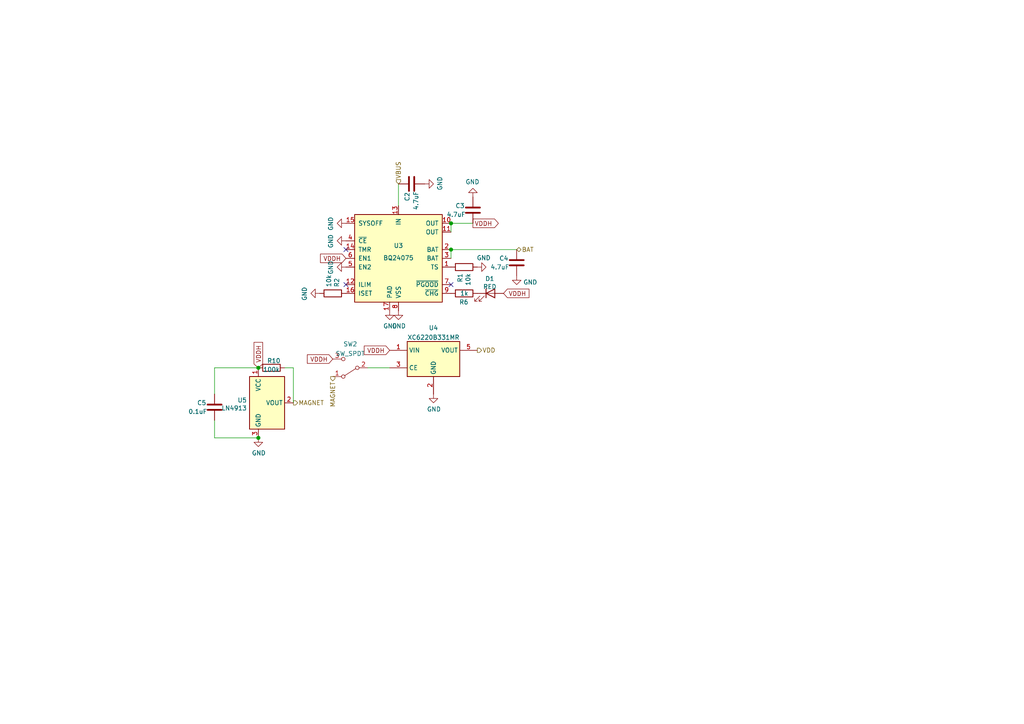
<source format=kicad_sch>
(kicad_sch (version 20210621) (generator eeschema)
  (paper "A4")
  (lib_symbols
    (symbol "Battery_Management:BQ24075" (pin_names (offset 1.016))
      (property "Reference" "U" (at -5.08 15.875 0))
      (property "Value" "BQ24075" (at -5.08 13.97 0))
      (symbol "BQ24075_0_1"
        (rectangle (start -12.7 12.7) (end 12.7 -12.7) (stroke (width 0.254)) (fill (type background)))
      )
      (symbol "BQ24075_1_1"
        (pin passive line (at 15.24 -2.54 180) (length 2.54) (name "TS") (number "1"))
        (pin power_out line (at 15.24 10.16 180) (length 2.54) (name "OUT") (number "10"))
        (pin power_out line (at 15.24 7.62 180) (length 2.54) (name "OUT") (number "11"))
        (pin passive line (at -15.24 -7.62 0) (length 2.54) (name "ILIM") (number "12"))
        (pin power_in line (at 0 15.24 270) (length 2.54) (name "IN") (number "13"))
        (pin input line (at -15.24 2.54 0) (length 2.54) (name "TMR") (number "14"))
        (pin input line (at -15.24 10.16 0) (length 2.54) (name "SYSOFF") (number "15"))
        (pin passive line (at -15.24 -10.16 0) (length 2.54) (name "ISET") (number "16"))
        (pin power_in line (at -2.54 -15.24 90) (length 2.54) (name "PAD") (number "17"))
        (pin power_out line (at 15.24 2.54 180) (length 2.54) (name "BAT") (number "2"))
        (pin power_out line (at 15.24 0 180) (length 2.54) (name "BAT") (number "3"))
        (pin input line (at -15.24 5.08 0) (length 2.54) (name "~{CE}") (number "4"))
        (pin input line (at -15.24 -2.54 0) (length 2.54) (name "EN2") (number "5"))
        (pin input line (at -15.24 0 0) (length 2.54) (name "EN1") (number "6"))
        (pin open_collector line (at 15.24 -7.62 180) (length 2.54) (name "~{PGOOD}") (number "7"))
        (pin power_in line (at 0 -15.24 90) (length 2.54) (name "VSS") (number "8"))
        (pin open_collector line (at 15.24 -10.16 180) (length 2.54) (name "~{CHG}") (number "9"))
      )
    )
    (symbol "Device:C" (pin_numbers hide) (pin_names (offset 0.254))
      (property "Reference" "C" (at 0.635 2.54 0))
      (property "Value" "C" (at 0.635 -2.54 0))
      (symbol "C_0_1"
        (polyline (pts (xy -2.032 -0.762) (xy 2.032 -0.762)) (stroke (width 0.508)))
        (polyline (pts (xy -2.032 0.762) (xy 2.032 0.762)) (stroke (width 0.508)))
      )
      (symbol "C_1_1"
        (pin passive line (at 0 3.81 270) (length 2.794) (name "~") (number "1"))
        (pin passive line (at 0 -3.81 90) (length 2.794) (name "~") (number "2"))
      )
    )
    (symbol "Device:LED" (pin_numbers hide) (pin_names (offset 1.016) hide)
      (property "Reference" "D" (at 0 2.54 0))
      (property "Value" "LED" (at 0 -2.54 0))
      (symbol "LED_0_1"
        (polyline (pts (xy -1.27 -1.27) (xy -1.27 1.27)) (stroke (width 0.254)))
        (polyline (pts (xy -1.27 0) (xy 1.27 0)))
        (polyline (pts (xy 1.27 -1.27) (xy 1.27 1.27) (xy -1.27 0) (xy 1.27 -1.27)) (stroke (width 0.254)))
        (polyline (pts (xy -3.048 -0.762) (xy -4.572 -2.286) (xy -3.81 -2.286) (xy -4.572 -2.286) (xy -4.572 -1.524)))
        (polyline (pts (xy -1.778 -0.762) (xy -3.302 -2.286) (xy -2.54 -2.286) (xy -3.302 -2.286) (xy -3.302 -1.524)))
      )
      (symbol "LED_1_1"
        (pin passive line (at -3.81 0 0) (length 2.54) (name "K") (number "1"))
        (pin passive line (at 3.81 0 180) (length 2.54) (name "A") (number "2"))
      )
    )
    (symbol "Device:R" (pin_numbers hide) (pin_names (offset 0))
      (property "Reference" "R" (at 2.032 0 90))
      (property "Value" "R" (at 0 0 90))
      (symbol "R_0_1"
        (rectangle (start -1.016 -2.54) (end 1.016 2.54) (stroke (width 0.254)))
      )
      (symbol "R_1_1"
        (pin passive line (at 0 3.81 270) (length 1.27) (name "~") (number "1"))
        (pin passive line (at 0 -3.81 90) (length 1.27) (name "~") (number "2"))
      )
    )
    (symbol "Regulator_Linear:XC6220B331MR"
      (property "Reference" "U" (at 0 8.89 0))
      (property "Value" "XC6220B331MR" (at 0 6.35 0))
      (symbol "XC6220B331MR_0_1"
        (rectangle (start -7.62 5.08) (end 7.62 -5.08) (stroke (width 0.254)) (fill (type background)))
      )
      (symbol "XC6220B331MR_1_1"
        (pin power_in line (at -12.7 2.54 0) (length 5.08) (name "VIN") (number "1"))
        (pin power_in line (at 0 -10.16 90) (length 5.08) (name "GND") (number "2"))
        (pin input line (at -12.7 -2.54 0) (length 5.08) (name "CE") (number "3"))
        (pin no_connect line (at 7.62 -2.54 180) (length 5.08) hide (name "NC") (number "4"))
        (pin power_out line (at 12.7 2.54 180) (length 5.08) (name "VOUT") (number "5"))
      )
    )
    (symbol "Sensor_Magnetic:A1101ELHL"
      (property "Reference" "U" (at 0 11.43 0))
      (property "Value" "A1101ELHL" (at 0 8.89 0))
      (symbol "A1101ELHL_0_1"
        (rectangle (start -5.08 7.62) (end 5.08 -7.62) (stroke (width 0.254)) (fill (type background)))
      )
      (symbol "A1101ELHL_1_1"
        (pin power_in line (at -2.54 10.16 270) (length 2.54) (name "VCC") (number "1"))
        (pin open_collector line (at 7.62 0 180) (length 2.54) (name "VOUT") (number "2"))
        (pin power_in line (at -2.54 -10.16 90) (length 2.54) (name "GND") (number "3"))
      )
    )
    (symbol "Switch:SW_SPDT" (pin_names (offset 0) hide)
      (property "Reference" "SW" (at 0 4.318 0))
      (property "Value" "SW_SPDT" (at 0 -5.08 0))
      (symbol "SW_SPDT_0_0"
        (circle (center -2.032 0) (radius 0.508))
        (circle (center 2.032 -2.54) (radius 0.508))
      )
      (symbol "SW_SPDT_0_1"
        (circle (center 2.032 2.54) (radius 0.508))
        (polyline (pts (xy -1.524 0.254) (xy 1.651 2.286)))
      )
      (symbol "SW_SPDT_1_1"
        (pin passive line (at 5.08 2.54 180) (length 2.54) (name "A") (number "1"))
        (pin passive line (at -5.08 0 0) (length 2.54) (name "B") (number "2"))
        (pin passive line (at 5.08 -2.54 180) (length 2.54) (name "C") (number "3"))
      )
    )
    (symbol "power:GND" (power) (pin_names (offset 0))
      (property "Value" "GND" (at 0 -3.81 0))
      (symbol "GND_0_1"
        (polyline (pts (xy 0 0) (xy 0 -1.27) (xy 1.27 -1.27) (xy 0 -2.54) (xy -1.27 -1.27) (xy 0 -1.27)))
      )
      (symbol "GND_1_1"
        (pin power_in line (at 0 0 270) (length 0) hide (name "GND") (number "1"))
      )
    )
  )
  (junction (at 74.93 106.68) (diameter 1.016))
  (junction (at 74.93 127) (diameter 1.016))
  (junction (at 130.81 64.77) (diameter 1.016))
  (junction (at 130.81 72.39) (diameter 1.016))
  (no_connect (at 100.33 72.39))
  (no_connect (at 100.33 82.55))
  (no_connect (at 130.81 82.55))
  (wire (pts (xy 62.23 106.68) (xy 74.93 106.68)))
  (wire (pts (xy 62.23 114.3) (xy 62.23 106.68)))
  (wire (pts (xy 62.23 127) (xy 62.23 121.92)))
  (wire (pts (xy 74.93 127) (xy 62.23 127)))
  (wire (pts (xy 85.09 106.68) (xy 82.55 106.68)))
  (wire (pts (xy 85.09 116.84) (xy 85.09 106.68)))
  (wire (pts (xy 106.68 106.68) (xy 113.03 106.68)))
  (wire (pts (xy 115.57 53.34) (xy 115.57 59.69)))
  (wire (pts (xy 130.81 64.77) (xy 130.81 67.31)))
  (wire (pts (xy 130.81 64.77) (xy 137.16 64.77)))
  (wire (pts (xy 130.81 72.39) (xy 130.81 74.93)))
  (wire (pts (xy 130.81 72.39) (xy 149.86 72.39)))
  (global_label "VDDH" (shape input) (at 74.93 106.68 90) (property "Intersheet References" "${INTERSHEET_REFS}" (effects hide)))
  (global_label "VDDH" (shape input) (at 96.52 104.14 180) (property "Intersheet References" "${INTERSHEET_REFS}" (effects hide)))
  (global_label "VDDH" (shape input) (at 100.33 74.93 180) (property "Intersheet References" "${INTERSHEET_REFS}" (effects hide)))
  (global_label "VDDH" (shape input) (at 113.03 101.6 180) (property "Intersheet References" "${INTERSHEET_REFS}" (effects hide)))
  (global_label "VDDH" (shape output) (at 137.16 64.77 0) (property "Intersheet References" "${INTERSHEET_REFS}" (effects hide)))
  (global_label "VDDH" (shape input) (at 146.05 85.09 0) (property "Intersheet References" "${INTERSHEET_REFS}" (effects hide)))
  (hierarchical_label "MAGNET" (shape output) (at 85.09 116.84 0))
  (hierarchical_label "MAGNET" (shape output) (at 96.52 109.22 270))
  (hierarchical_label "VBUS" (shape input) (at 115.57 53.34 90))
  (hierarchical_label "VDD" (shape output) (at 138.43 101.6 0))
  (hierarchical_label "BAT" (shape bidirectional) (at 149.86 72.39 0))
  (symbol (lib_id "power:GND") (at 74.93 127 0) (unit 1)
    (property "Reference" "#PWR0135" (effects hide))
    (property "Value" "GND" (at 75.057 131.3942 0))
  )
  (symbol (lib_id "power:GND") (at 92.71 85.09 270) (unit 1)
    (property "Reference" "#PWR0127" (effects hide))
    (property "Value" "GND" (at 88.3158 85.217 0))
  )
  (symbol (lib_id "power:GND") (at 100.33 64.77 270) (unit 1)
    (property "Reference" "#PWR0114" (effects hide))
    (property "Value" "GND" (at 95.9358 64.897 0))
  )
  (symbol (lib_id "power:GND") (at 100.33 69.85 270) (unit 1)
    (property "Reference" "#PWR0111" (effects hide))
    (property "Value" "GND" (at 95.9358 69.977 0))
  )
  (symbol (lib_id "power:GND") (at 100.33 77.47 270) (unit 1)
    (property "Reference" "#PWR0113" (effects hide))
    (property "Value" "GND" (at 95.9358 77.597 0))
  )
  (symbol (lib_id "power:GND") (at 113.03 90.17 0) (unit 1)
    (property "Reference" "#PWR0129" (effects hide))
    (property "Value" "GND" (at 113.157 94.5642 0))
  )
  (symbol (lib_id "power:GND") (at 115.57 90.17 0) (unit 1)
    (property "Reference" "#PWR0130" (effects hide))
    (property "Value" "GND" (at 115.697 94.5642 0))
  )
  (symbol (lib_id "power:GND") (at 123.19 53.34 90) (unit 1)
    (property "Reference" "#PWR0124" (effects hide))
    (property "Value" "GND" (at 127.5842 53.213 0))
  )
  (symbol (lib_id "power:GND") (at 125.73 114.3 0) (unit 1)
    (property "Reference" "#PWR0125" (effects hide))
    (property "Value" "GND" (at 125.857 118.6942 0))
  )
  (symbol (lib_id "power:GND") (at 137.16 57.15 180) (unit 1)
    (property "Reference" "#PWR0126" (effects hide))
    (property "Value" "GND" (at 137.033 52.7558 0))
  )
  (symbol (lib_id "power:GND") (at 138.43 77.47 90) (unit 1)
    (property "Reference" "#PWR0122" (effects hide))
    (property "Value" "GND" (at 140.2842 74.803 90))
  )
  (symbol (lib_id "power:GND") (at 149.86 80.01 0) (unit 1)
    (property "Reference" "#PWR0123" (effects hide))
    (property "Value" "GND" (at 153.797 81.8642 0))
  )
  (symbol (lib_id "Device:R") (at 78.74 106.68 90) (mirror x) (unit 1)
    (property "Reference" "R10" (at 81.3816 104.648 90) (effects (justify left)))
    (property "Value" "100k" (at 81.153 107.188 90) (effects (justify left)))
    (property "Footprint" "Resistor_SMD:R_0603_1608Metric" (effects hide))
  )
  (symbol (lib_id "Device:R") (at 96.52 85.09 270) (mirror x) (unit 1)
    (property "Reference" "R2" (at 97.6884 83.312 0) (effects (justify left)))
    (property "Value" "10k" (at 95.377 83.312 0) (effects (justify left)))
    (property "Footprint" "Resistor_SMD:R_0603_1608Metric" (effects hide))
  )
  (symbol (lib_id "Device:R") (at 134.62 77.47 90) (mirror x) (unit 1)
    (property "Reference" "R1" (at 133.4516 79.248 0) (effects (justify left)))
    (property "Value" "10k" (at 135.763 79.248 0) (effects (justify left)))
    (property "Footprint" "Resistor_SMD:R_0603_1608Metric" (effects hide))
  )
  (symbol (lib_id "Device:R") (at 134.62 85.09 90) (unit 1)
    (property "Reference" "R6" (at 135.89 87.63 90) (effects (justify left)))
    (property "Value" "1k" (at 135.89 85.09 90) (effects (justify left)))
    (property "Footprint" "Resistor_SMD:R_0603_1608Metric" (effects hide))
  )
  (symbol (lib_id "Device:LED") (at 142.24 85.09 0) (unit 1)
    (property "Reference" "D1" (at 142.0622 80.8482 0))
    (property "Value" "RED" (at 142.0622 83.1596 0))
    (property "Footprint" "LED_SMD:LED_0805_2012Metric" (effects hide))
  )
  (symbol (lib_id "Device:C") (at 62.23 118.11 0) (unit 1)
    (property "Reference" "C5" (at 57.15 116.84 0) (effects (justify left)))
    (property "Value" "0.1uF" (at 54.61 119.38 0) (effects (justify left)))
    (property "Footprint" "Capacitor_SMD:C_0603_1608Metric" (effects hide))
  )
  (symbol (lib_id "Device:C") (at 119.38 53.34 90) (unit 1)
    (property "Reference" "C2" (at 118.11 58.42 0) (effects (justify left)))
    (property "Value" "4.7uF" (at 120.65 60.96 0) (effects (justify left)))
    (property "Footprint" "Capacitor_SMD:C_0603_1608Metric" (effects hide))
  )
  (symbol (lib_id "Device:C") (at 137.16 60.96 0) (unit 1)
    (property "Reference" "C3" (at 132.08 59.69 0) (effects (justify left)))
    (property "Value" "4.7uF" (at 129.54 62.23 0) (effects (justify left)))
    (property "Footprint" "Capacitor_SMD:C_0603_1608Metric" (effects hide))
  )
  (symbol (lib_id "Device:C") (at 149.86 76.2 0) (unit 1)
    (property "Reference" "C4" (at 144.78 74.93 0) (effects (justify left)))
    (property "Value" "4.7uF" (at 142.24 77.47 0) (effects (justify left)))
    (property "Footprint" "Capacitor_SMD:C_0603_1608Metric" (effects hide))
  )
  (symbol (lib_id "Switch:SW_SPDT") (at 101.6 106.68 180) (unit 1)
    (property "Reference" "SW2" (at 101.6 99.7924 0))
    (property "Value" "SW_SPDT" (at 101.6 102.5675 0))
    (property "Footprint" "Button_Switch_SMD:SW_SPDT_PCM12" (effects hide))
  )
  (symbol (lib_id "Sensor_Magnetic:A1101ELHL") (at 77.47 116.84 0) (unit 1)
    (property "Reference" "U5" (at 71.628 116.0791 0) (effects (justify right)))
    (property "Value" "LN4913" (at 71.628 118.3778 0) (effects (justify right)))
    (property "Footprint" "Package_TO_SOT_SMD:SOT-23" (effects hide))
    (property "Datasheet" "http://www.allegromicro.com/en/Products/Part_Numbers/1101/1101.pdf" (effects hide))
  )
  (symbol (lib_id "Regulator_Linear:XC6220B331MR") (at 125.73 104.14 0) (unit 1)
    (property "Reference" "U4" (at 125.73 95.0934 0))
    (property "Value" "XC6220B331MR" (at 125.73 97.8685 0))
    (property "Footprint" "Package_TO_SOT_SMD:SOT-23-5" (effects hide))
    (property "Datasheet" "https://www.torexsemi.com/file/xc6220/XC6220.pdf" (effects hide))
  )
  (symbol (lib_id "Battery_Management:BQ24075") (at 115.57 74.93 0) (unit 1)
    (property "Reference" "U3" (at 115.57 71.2428 0))
    (property "Value" "BQ24075" (at 115.57 74.8115 0))
    (property "Footprint" "Package_DFN_QFN:VQFN-16-1EP_3x3mm_P0.5mm_EP1.68x1.68mm_ThermalVias" (effects hide))
    (property "Datasheet" "http://www.ti.com/lit/ds/symlink/bq24075.pdf" (effects hide))
  )
)
</source>
